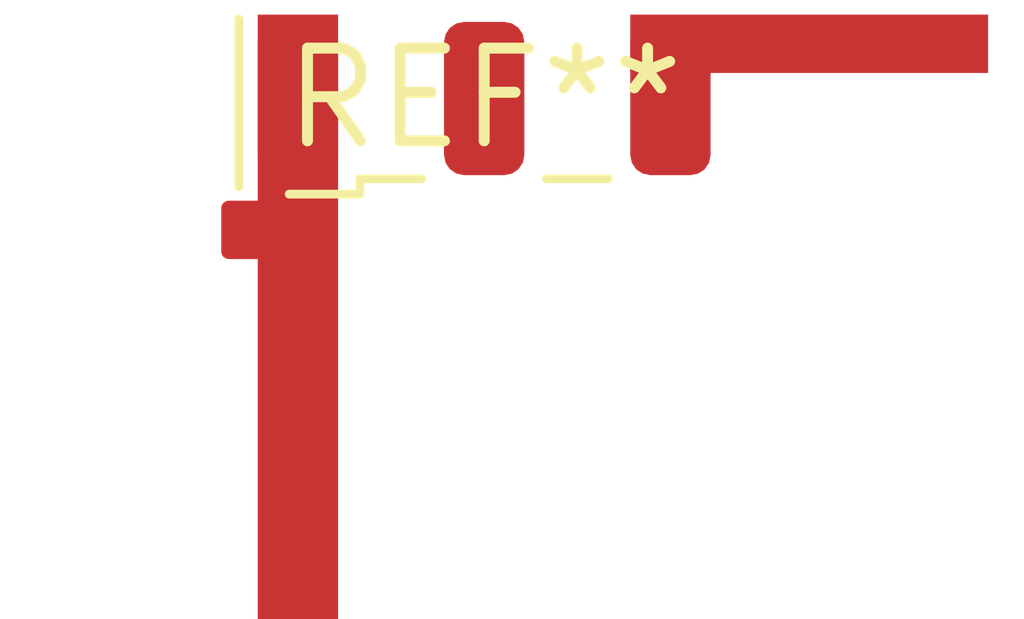
<source format=kicad_pcb>
(kicad_pcb (version 20240108) (generator pcbnew)
  (layers (0 "F.Cu" signal) (31 "B.Cu" signal) (34 "B.Paste" user) (35 "F.Paste" user) (36 "B.SilkS" user "B.Silkscreen") (37 "F.SilkS" user "F.Silkscreen") (38 "B.Mask" user) (39 "F.Mask" user) (44 "Edge.Cuts" user))
  (net 0 "")
  (footprint "AVX_M620720" (layer "F.Cu") (at 0 0)
    (property "Reference" "REF**")
    (property "Value" "AVX_M620720")
    (fp_line (start -3.36 -1.09) (end -3.36 1.21) (layer "F.SilkS") (stroke (width 0.12)))
    (fp_line (start -1.7 1.1) (end -1.7 1.31) (layer "F.SilkS") (stroke (width 0.12)))
    (fp_line (start -1.7 1.1) (end -0.85 1.1) (layer "F.SilkS") (stroke (width 0.12)))
    (fp_line (start -1.7 1.31) (end -2.67 1.31) (layer "F.SilkS") (stroke (width 0.12)))
    (fp_line (start 0.85 1.1) (end 1.7 1.1) (layer "F.SilkS") (stroke (width 0.12)))
    (pad "1" smd roundrect (at -3.3 1.8) (size 0.6 0.8) (layers "F.Cu") (roundrect_rratio 0.1666666667))
    (pad "1" smd roundrect (at -2.55 0) (size 1.1 2.1) (layers "F.Cu" "F.Paste" "F.Mask") (roundrect_rratio 0.2272727273))
    (pad "1" smd rect (at -2.55 3) (size 1.1 8.3) (layers "F.Cu"))
    (pad "2" smd roundrect (at 2.55 0) (size 1.1 2.1) (layers "F.Cu" "F.Paste" "F.Mask"))
    (pad "2" smd rect (at 4.45 -0.75) (size 4.9 0.8) (layers "F.Cu"))
    (pad "3" smd roundrect (at 0 0) (size 1.1 2.1) (layers "F.Cu" "F.Paste" "F.Mask"))
  )
)
</source>
